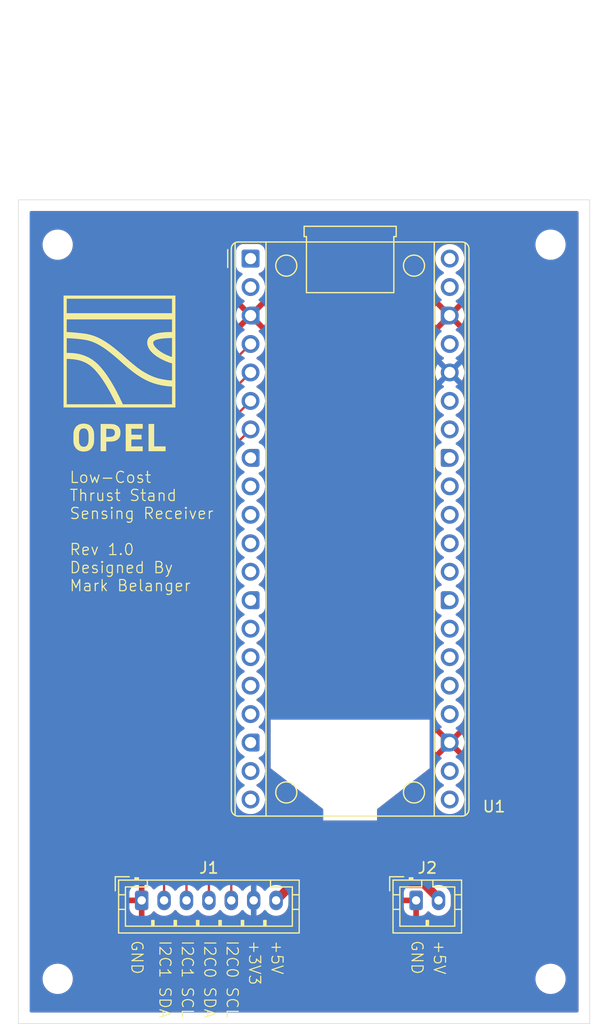
<source format=kicad_pcb>
(kicad_pcb (version 20240108) (generator "pcbnew") (generator_version "8.0")
  (layers (0 "F.Cu" signal) (31 "B.Cu" signal) (34 "B.Paste" user) (35 "F.Paste" user) (36 "B.SilkS" user "B.Silkscreen") (37 "F.SilkS" user "F.Silkscreen") (38 "B.Mask" user) (39 "F.Mask" user) (44 "Edge.Cuts" user))
  (net 0 "")
  (net 1 "/GND")
  (net 2 "/I2C0_SCL")
  (net 3 "/I2C0_SDA")
  (net 4 "/I2C1_SDA")
  (net 5 "/+5V")
  (net 6 "/3V3")
  (net 7 "/I2C1_SCL")
  (footprint "Module_RaspberryPi_Pico:RaspberryPi_Pico_Common_THT" (layer "F.Cu") (at 139.61 93.87)
    (property "Reference" "U1" (at 11.7475 24.765 0) (layer "F.SilkS") (effects (justify left)))
    (property "Value" "Pico")
    (fp_line (start -10.93 -23.33) (end -10.93 -24.93) (stroke (width 0.12)) (layer "F.SilkS"))
    (fp_line (start -10.61 -25) (end -10.61 25) (stroke (width 0.12)) (layer "F.SilkS"))
    (fp_line (start -10.27 -25.547) (end -10.27 25.547) (stroke (width 0.12)) (layer "F.SilkS"))
    (fp_line (start -10 -25.61) (end -7.51 -25.61) (stroke (width 0.12)) (layer "F.SilkS"))
    (fp_line (start -10 25.61) (end -3.6 25.61) (stroke (width 0.12)) (layer "F.SilkS"))
    (fp_line (start -7.51 -25.61) (end -7.51 -24.69648) (stroke (width 0.12)) (layer "F.SilkS"))
    (fp_line (start -7.51 -25.61) (end -4.235 -25.61) (stroke (width 0.12)) (layer "F.SilkS"))
    (fp_line (start -7.51 -24.69648) (end -7.51 -22.30352) (stroke (width 0.12)) (layer "F.SilkS"))
    (fp_line (start -7.51 -22.30352) (end -7.51 22.30352) (stroke (width 0.12)) (layer "F.SilkS"))
    (fp_line (start -7.51 22.30352) (end -7.51 24.69648) (stroke (width 0.12)) (layer "F.SilkS"))
    (fp_line (start -7.51 24.69648) (end -7.51 25.61) (stroke (width 0.12)) (layer "F.SilkS"))
    (fp_line (start -4.235 -25.61) (end 4.235 -25.61) (stroke (width 0.12)) (layer "F.SilkS"))
    (fp_line (start -4.11 -27.01) (end -4.11 -26.09) (stroke (width 0.12)) (layer "F.SilkS"))
    (fp_line (start -4.11 -27.01) (end 4.11 -27.01) (stroke (width 0.12)) (layer "F.SilkS"))
    (fp_line (start -4.11 -26.09) (end -3.9 -26.09) (stroke (width 0.12)) (layer "F.SilkS"))
    (fp_line (start -3.9 -26.09) (end -3.9 -24.694) (stroke (width 0.12)) (layer "F.SilkS"))
    (fp_line (start -3.9 -24.694) (end -3.9 -22.306) (stroke (width 0.12)) (layer "F.SilkS"))
    (fp_line (start -3.9 -22.306) (end -3.9 -21.09) (stroke (width 0.12)) (layer "F.SilkS"))
    (fp_line (start 3.6 25.61) (end -3.6 25.61) (stroke (width 0.12)) (layer "F.SilkS"))
    (fp_line (start 3.6 25.61) (end 10 25.61) (stroke (width 0.12)) (layer "F.SilkS"))
    (fp_line (start 3.9 -26.09) (end 3.9 -24.694) (stroke (width 0.12)) (layer "F.SilkS"))
    (fp_line (start 3.9 -24.694) (end 3.9 -22.306) (stroke (width 0.12)) (layer "F.SilkS"))
    (fp_line (start 3.9 -22.306) (end 3.9 -21.09) (stroke (width 0.12)) (layer "F.SilkS"))
    (fp_line (start 3.9 -21.09) (end -3.9 -21.09) (stroke (width 0.12)) (layer "F.SilkS"))
    (fp_line (start 4.11 -27.01) (end 4.11 -26.09) (stroke (width 0.12)) (layer "F.SilkS"))
    (fp_line (start 4.11 -26.09) (end 3.9 -26.09) (stroke (width 0.12)) (layer "F.SilkS"))
    (fp_line (start 4.235 -25.61) (end 7.51 -25.61) (stroke (width 0.12)) (layer "F.SilkS"))
    (fp_line (start 7.51 -25.61) (end 7.51 -24.69648) (stroke (width 0.12)) (layer "F.SilkS"))
    (fp_line (start 7.51 -24.69648) (end 7.51 -22.30352) (stroke (width 0.12)) (layer "F.SilkS"))
    (fp_line (start 7.51 -22.30352) (end 7.51 22.30352) (stroke (width 0.12)) (layer "F.SilkS"))
    (fp_line (start 7.51 22.30352) (end 7.51 24.69648) (stroke (width 0.12)) (layer "F.SilkS"))
    (fp_line (start 7.51 24.69648) (end 7.51 25.61) (stroke (width 0.12)) (layer "F.SilkS"))
    (fp_line (start 10 -25.61) (end 7.51 -25.61) (stroke (width 0.12)) (layer "F.SilkS"))
    (fp_line (start 10.27 25.547) (end 10.27 -25.547) (stroke (width 0.12)) (layer "F.SilkS"))
    (fp_line (start 10.61 -25) (end 10.61 25) (stroke (width 0.12)) (layer "F.SilkS"))
    (fp_arc (start -10.61 -25) (mid -10.431335 -25.431335) (end -10 -25.61) (stroke (width 0.12)) (layer "F.SilkS"))
    (fp_arc (start -10 25.61) (mid -10.431364 25.431364) (end -10.61 25) (stroke (width 0.12)) (layer "F.SilkS"))
    (fp_arc (start 10 -25.61) (mid 10.431335 -25.431335) (end 10.61 -25) (stroke (width 0.12)) (layer "F.SilkS"))
    (fp_arc (start 10.61 25) (mid 10.431335 25.431335) (end 10 25.61) (stroke (width 0.12)) (layer "F.SilkS"))
    (fp_circle (center -5.7 -23.5) (end -4.76 -23.5) (stroke (width 0.12)) (fill none) (layer "F.SilkS"))
    (fp_circle (center -5.7 23.5) (end -4.76 23.5) (stroke (width 0.12)) (fill none) (layer "F.SilkS"))
    (fp_circle (center 5.7 -23.5) (end 6.64 -23.5) (stroke (width 0.12)) (fill none) (layer "F.SilkS"))
    (fp_circle (center 5.7 23.5) (end 6.64 23.5) (stroke (width 0.12)) (fill none) (layer "F.SilkS"))
    (pad "1" thru_hole roundrect (at -8.89 -24.13) (size 1.6 1.6) (drill 1) (layers "*.Cu" "*.Mask") (roundrect_rratio 0.125))
    (pad "2" thru_hole circle (at -8.89 -21.59) (size 1.6 1.6) (drill 1) (layers "*.Cu" "*.Mask"))
    (pad "3" thru_hole custom (at -8.89 -19.05) (size 1.6 1.6) (drill 1) (layers "*.Cu" "*.Mask") (net 1 "/GND") (options (clearance outline) (anchor circle)) (primitives (gr_poly (pts (xy 0.8 0.6) (xy 0.8 -0.6) (xy 0.6 -0.8) (xy 0 -0.8) (xy 0 0.8) (xy 0.6 0.8)) (width 0) (fill yes)) (gr_circle (center 0.6 0.6) (end 0.8 0.6) (width 0) (fill yes)) (gr_circle (center 0.6 -0.6) (end 0.8 -0.6) (width 0) (fill yes))))
    (pad "4" thru_hole circle (at -8.89 -16.51) (size 1.6 1.6) (drill 1) (layers "*.Cu" "*.Mask") (net 4 "/I2C1_SDA"))
    (pad "5" thru_hole circle (at -8.89 -13.97) (size 1.6 1.6) (drill 1) (layers "*.Cu" "*.Mask") (net 7 "/I2C1_SCL"))
    (pad "6" thru_hole circle (at -8.89 -11.43) (size 1.6 1.6) (drill 1) (layers "*.Cu" "*.Mask") (net 3 "/I2C0_SDA"))
    (pad "7" thru_hole circle (at -8.89 -8.89) (size 1.6 1.6) (drill 1) (layers "*.Cu" "*.Mask") (net 2 "/I2C0_SCL"))
    (pad "8" thru_hole custom (at -8.89 -6.35) (size 1.6 1.6) (drill 1) (layers "*.Cu" "*.Mask") (options (clearance outline) (anchor circle)) (primitives (gr_poly (pts (xy 0.8 0.6) (xy 0.8 -0.6) (xy 0.6 -0.8) (xy 0 -0.8) (xy 0 0.8) (xy 0.6 0.8)) (width 0) (fill yes)) (gr_circle (center 0.6 0.6) (end 0.8 0.6) (width 0) (fill yes)) (gr_circle (center 0.6 -0.6) (end 0.8 -0.6) (width 0) (fill yes))))
    (pad "9" thru_hole circle (at -8.89 -3.81) (size 1.6 1.6) (drill 1) (layers "*.Cu" "*.Mask"))
    (pad "10" thru_hole circle (at -8.89 -1.27) (size 1.6 1.6) (drill 1) (layers "*.Cu" "*.Mask"))
    (pad "11" thru_hole circle (at -8.89 1.27) (size 1.6 1.6) (drill 1) (layers "*.Cu" "*.Mask"))
    (pad "12" thru_hole circle (at -8.89 3.81) (size 1.6 1.6) (drill 1) (layers "*.Cu" "*.Mask"))
    (pad "13" thru_hole custom (at -8.89 6.35) (size 1.6 1.6) (drill 1) (layers "*.Cu" "*.Mask") (options (clearance outline) (anchor circle)) (primitives (gr_poly (pts (xy 0.8 0.6) (xy 0.8 -0.6) (xy 0.6 -0.8) (xy 0 -0.8) (xy 0 0.8) (xy 0.6 0.8)) (width 0) (fill yes)) (gr_circle (center 0.6 0.6) (end 0.8 0.6) (width 0) (fill yes)) (gr_circle (center 0.6 -0.6) (end 0.8 -0.6) (width 0) (fill yes))))
    (pad "14" thru_hole circle (at -8.89 8.89) (size 1.6 1.6) (drill 1) (layers "*.Cu" "*.Mask"))
    (pad "15" thru_hole circle (at -8.89 11.43) (size 1.6 1.6) (drill 1) (layers "*.Cu" "*.Mask"))
    (pad "16" thru_hole circle (at -8.89 13.97) (size 1.6 1.6) (drill 1) (layers "*.Cu" "*.Mask"))
    (pad "17" thru_hole circle (at -8.89 16.51) (size 1.6 1.6) (drill 1) (layers "*.Cu" "*.Mask"))
    (pad "18" thru_hole custom (at -8.89 19.05) (size 1.6 1.6) (drill 1) (layers "*.Cu" "*.Mask") (options (clearance outline) (anchor circle)) (primitives (gr_poly (pts (xy 0.8 0.6) (xy 0.8 -0.6) (xy 0.6 -0.8) (xy 0 -0.8) (xy 0 0.8) (xy 0.6 0.8)) (width 0) (fill yes)) (gr_circle (center 0.6 0.6) (end 0.8 0.6) (width 0) (fill yes)) (gr_circle (center 0.6 -0.6) (end 0.8 -0.6) (width 0) (fill yes))))
    (pad "19" thru_hole circle (at -8.89 21.59) (size 1.6 1.6) (drill 1) (layers "*.Cu" "*.Mask"))
    (pad "20" thru_hole circle (at -8.89 24.13) (size 1.6 1.6) (drill 1) (layers "*.Cu" "*.Mask"))
    (pad "21" thru_hole circle (at 8.89 24.13) (size 1.6 1.6) (drill 1) (layers "*.Cu" "*.Mask"))
    (pad "22" thru_hole circle (at 8.89 21.59) (size 1.6 1.6) (drill 1) (layers "*.Cu" "*.Mask"))
    (pad "23" thru_hole custom (at 8.89 19.05) (size 1.6 1.6) (drill 1) (layers "*.Cu" "*.Mask") (net 1 "/GND") (options (clearance outline) (anchor circle)) (primitives (gr_poly (pts (xy -0.8 0.6) (xy -0.8 -0.6) (xy -0.6 -0.8) (xy 0 -0.8) (xy 0 0.8) (xy -0.6 0.8)) (width 0) (fill yes)) (gr_circle (center -0.6 0.6) (end -0.4 0.6) (width 0) (fill yes)) (gr_circle (center -0.6 -0.6) (end -0.4 -0.6) (width 0) (fill yes))))
    (pad "24" thru_hole circle (at 8.89 16.51) (size 1.6 1.6) (drill 1) (layers "*.Cu" "*.Mask"))
    (pad "25" thru_hole circle (at 8.89 13.97) (size 1.6 1.6) (drill 1) (layers "*.Cu" "*.Mask"))
    (pad "26" thru_hole circle (at 8.89 11.43) (size 1.6 1.6) (drill 1) (layers "*.Cu" "*.Mask"))
    (pad "27" thru_hole circle (at 8.89 8.89) (size 1.6 1.6) (drill 1) (layers "*.Cu" "*.Mask"))
    (pad "28" thru_hole custom (at 8.89 6.35) (size 1.6 1.6) (drill 1) (layers "*.Cu" "*.Mask") (options (clearance outline) (anchor circle)) (primitives (gr_poly (pts (xy -0.8 0.6) (xy -0.8 -0.6) (xy -0.6 -0.8) (xy 0 -0.8) (xy 0 0.8) (xy -0.6 0.8)) (width 0) (fill yes)) (gr_circle (center -0.6 0.6) (end -0.4 0.6) (width 0) (fill yes)) (gr_circle (center -0.6 -0.6) (end -0.4 -0.6) (width 0) (fill yes))))
    (pad "29" thru_hole circle (at 8.89 3.81) (size 1.6 1.6) (drill 1) (layers "*.Cu" "*.Mask"))
    (pad "30" thru_hole circle (at 8.89 1.27) (size 1.6 1.6) (drill 1) (layers "*.Cu" "*.Mask"))
    (pad "31" thru_hole circle (at 8.89 -1.27) (size 1.6 1.6) (drill 1) (layers "*.Cu" "*.Mask"))
    (pad "32" thru_hole circle (at 8.89 -3.81) (size 1.6 1.6) (drill 1) (layers "*.Cu" "*.Mask"))
    (pad "33" thru_hole custom (at 8.89 -6.35) (size 1.6 1.6) (drill 1) (layers "*.Cu" "*.Mask") (options (clearance outline) (anchor circle)) (primitives (gr_poly (pts (xy -0.8 0.6) (xy -0.8 -0.6) (xy -0.6 -0.8) (xy 0 -0.8) (xy 0 0.8) (xy -0.6 0.8)) (width 0) (fill yes)) (gr_circle (center -0.6 0.6) (end -0.4 0.6) (width 0) (fill yes)) (gr_circle (center -0.6 -0.6) (end -0.4 -0.6) (width 0) (fill yes))))
    (pad "34" thru_hole circle (at 8.89 -8.89) (size 1.6 1.6) (drill 1) (layers "*.Cu" "*.Mask"))
    (pad "35" thru_hole circle (at 8.89 -11.43) (size 1.6 1.6) (drill 1) (layers "*.Cu" "*.Mask"))
    (pad "36" thru_hole circle (at 8.89 -13.97) (size 1.6 1.6) (drill 1) (layers "*.Cu" "*.Mask") (net 6 "/3V3"))
    (pad "37" thru_hole circle (at 8.89 -16.51) (size 1.6 1.6) (drill 1) (layers "*.Cu" "*.Mask"))
    (pad "38" thru_hole custom (at 8.89 -19.05) (size 1.6 1.6) (drill 1) (layers "*.Cu" "*.Mask") (net 1 "/GND") (options (clearance outline) (anchor circle)) (primitives (gr_poly (pts (xy -0.8 0.6) (xy -0.8 -0.6) (xy -0.6 -0.8) (xy 0 -0.8) (xy 0 0.8) (xy -0.6 0.8)) (width 0) (fill yes)) (gr_circle (center -0.6 0.6) (end -0.4 0.6) (width 0) (fill yes)) (gr_circle (center -0.6 -0.6) (end -0.4 -0.6) (width 0) (fill yes))))
    (pad "39" thru_hole circle (at 8.89 -21.59) (size 1.6 1.6) (drill 1) (layers "*.Cu" "*.Mask"))
    (pad "40" thru_hole circle (at 8.89 -24.13) (size 1.6 1.6) (drill 1) (layers "*.Cu" "*.Mask"))
    (zone (net 0) (net_name "") (layers "*.Cu" "*.Paste") (name "Antenna Copper Keep Out") (connect_pads (clearance 0)) (min_thickness 0.254)
      (keepout (tracks not_allowed) (vias not_allowed) (pads not_allowed) (copperpour not_allowed) (footprints allowed))
      (fill (thermal_gap 0.508) (thermal_bridge_width 0.508))
      (polygon (pts (xy 137.21 118.859895) (xy 132.51 115.209895) (xy 132.51 110.87) (xy 146.71 110.87) (xy 146.71 115.209895) (xy 142.01 118.859895) (xy 142.01 119.87) (xy 137.21 119.87)))
    )
  )
  (footprint "MountingHole:MountingHole_2.2mm_M2" (layer "F.Cu") (at 157.5 68.5)
    (property "Reference" "H2" (hide yes))
    (property "Value" "MountingHole")
    (pad "" np_thru_hole circle (at 0 0) (size 2.2 2.2) (drill 2.2) (layers "*.Cu" "*.Mask"))
  )
  (footprint "Connector_JST:JST_PH_B7B-PH-K_1x07_P2.00mm_Vertical" (layer "F.Cu") (at 121 127)
    (property "Reference" "J1" (at 6 -2.9 0) (layer "F.SilkS"))
    (property "Value" "Conn_01x07_Socket")
    (fp_line (start -2.36 -2.11) (end -2.36 -0.86) (stroke (width 0.12)) (layer "F.SilkS"))
    (fp_line (start -2.06 -1.81) (end -2.06 2.91) (stroke (width 0.12)) (layer "F.SilkS"))
    (fp_line (start -2.06 -0.5) (end -1.45 -0.5) (stroke (width 0.12)) (layer "F.SilkS"))
    (fp_line (start -2.06 0.8) (end -1.45 0.8) (stroke (width 0.12)) (layer "F.SilkS"))
    (fp_line (start -2.06 2.91) (end 14.06 2.91) (stroke (width 0.12)) (layer "F.SilkS"))
    (fp_line (start -1.45 -1.2) (end -1.45 2.3) (stroke (width 0.12)) (layer "F.SilkS"))
    (fp_line (start -1.45 2.3) (end 13.45 2.3) (stroke (width 0.12)) (layer "F.SilkS"))
    (fp_line (start -1.11 -2.11) (end -2.36 -2.11) (stroke (width 0.12)) (layer "F.SilkS"))
    (fp_line (start -0.6 -2.01) (end -0.6 -1.81) (stroke (width 0.12)) (layer "F.SilkS"))
    (fp_line (start -0.3 -2.01) (end -0.6 -2.01) (stroke (width 0.12)) (layer "F.SilkS"))
    (fp_line (start -0.3 -1.91) (end -0.6 -1.91) (stroke (width 0.12)) (layer "F.SilkS"))
    (fp_line (start -0.3 -1.81) (end -0.3 -2.01) (stroke (width 0.12)) (layer "F.SilkS"))
    (fp_line (start 0.5 -1.81) (end 0.5 -1.2) (stroke (width 0.12)) (layer "F.SilkS"))
    (fp_line (start 0.5 -1.2) (end -1.45 -1.2) (stroke (width 0.12)) (layer "F.SilkS"))
    (fp_line (start 0.9 1.8) (end 1.1 1.8) (stroke (width 0.12)) (layer "F.SilkS"))
    (fp_line (start 0.9 2.3) (end 0.9 1.8) (stroke (width 0.12)) (layer "F.SilkS"))
    (fp_line (start 1 2.3) (end 1 1.8) (stroke (width 0.12)) (layer "F.SilkS"))
    (fp_line (start 1.1 1.8) (end 1.1 2.3) (stroke (width 0.12)) (layer "F.SilkS"))
    (fp_line (start 2.9 1.8) (end 3.1 1.8) (stroke (width 0.12)) (layer "F.SilkS"))
    (fp_line (start 2.9 2.3) (end 2.9 1.8) (stroke (width 0.12)) (layer "F.SilkS"))
    (fp_line (start 3 2.3) (end 3 1.8) (stroke (width 0.12)) (layer "F.SilkS"))
    (fp_line (start 3.1 1.8) (end 3.1 2.3) (stroke (width 0.12)) (layer "F.SilkS"))
    (fp_line (start 4.9 1.8) (end 5.1 1.8) (stroke (width 0.12)) (layer "F.SilkS"))
    (fp_line (start 4.9 2.3) (end 4.9 1.8) (stroke (width 0.12)) (layer "F.SilkS"))
    (fp_line (start 5 2.3) (end 5 1.8) (stroke (width 0.12)) (layer "F.SilkS"))
    (fp_line (start 5.1 1.8) (end 5.1 2.3) (stroke (width 0.12)) (layer "F.SilkS"))
    (fp_line (start 6.9 1.8) (end 7.1 1.8) (stroke (width 0.12)) (layer "F.SilkS"))
    (fp_line (start 6.9 2.3) (end 6.9 1.8) (stroke (width 0.12)) (layer "F.SilkS"))
    (fp_line (start 7 2.3) (end 7 1.8) (stroke (width 0.12)) (layer "F.SilkS"))
    (fp_line (start 7.1 1.8) (end 7.1 2.3) (stroke (width 0.12)) (layer "F.SilkS"))
    (fp_line (start 8.9 1.8) (end 9.1 1.8) (stroke (width 0.12)) (layer "F.SilkS"))
    (fp_line (start 8.9 2.3) (end 8.9 1.8) (stroke (width 0.12)) (layer "F.SilkS"))
    (fp_line (start 9 2.3) (end 9 1.8) (stroke (width 0.12)) (layer "F.SilkS"))
    (fp_line (start 9.1 1.8) (end 9.1 2.3) (stroke (width 0.12)) (layer "F.SilkS"))
    (fp_line (start 10.9 1.8) (end 11.1 1.8) (stroke (width 0.12)) (layer "F.SilkS"))
    (fp_line (start 10.9 2.3) (end 10.9 1.8) (stroke (width 0.12)) (layer "F.SilkS"))
    (fp_line (start 11 2.3) (end 11 1.8) (stroke (width 0.12)) (layer "F.SilkS"))
    (fp_line (start 11.1 1.8) (end 11.1 2.3) (stroke (width 0.12)) (layer "F.SilkS"))
    (fp_line (start 11.5 -1.2) (end 11.5 -1.81) (stroke (width 0.12)) (layer "F.SilkS"))
    (fp_line (start 13.45 -1.2) (end 11.5 -1.2) (stroke (width 0.12)) (layer "F.SilkS"))
    (fp_line (start 13.45 2.3) (end 13.45 -1.2) (stroke (width 0.12)) (layer "F.SilkS"))
    (fp_line (start 14.06 -1.81) (end -2.06 -1.81) (stroke (width 0.12)) (layer "F.SilkS"))
    (fp_line (start 14.06 -0.5) (end 13.45 -0.5) (stroke (width 0.12)) (layer "F.SilkS"))
    (fp_line (start 14.06 0.8) (end 13.45 0.8) (stroke (width 0.12)) (layer "F.SilkS"))
    (fp_line (start 14.06 2.91) (end 14.06 -1.81) (stroke (width 0.12)) (layer "F.SilkS"))
    (pad "1" thru_hole roundrect (at 0 0) (size 1.2 1.75) (drill 0.75) (layers "*.Cu" "*.Mask") (roundrect_rratio 0.208333) (net 1 "/GND"))
    (pad "2" thru_hole oval (at 2 0) (size 1.2 1.75) (drill 0.75) (layers "*.Cu" "*.Mask") (net 4 "/I2C1_SDA"))
    (pad "3" thru_hole oval (at 4 0) (size 1.2 1.75) (drill 0.75) (layers "*.Cu" "*.Mask") (net 7 "/I2C1_SCL"))
    (pad "4" thru_hole oval (at 6 0) (size 1.2 1.75) (drill 0.75) (layers "*.Cu" "*.Mask") (net 3 "/I2C0_SDA"))
    (pad "5" thru_hole oval (at 8 0) (size 1.2 1.75) (drill 0.75) (layers "*.Cu" "*.Mask") (net 2 "/I2C0_SCL"))
    (pad "6" thru_hole oval (at 10 0) (size 1.2 1.75) (drill 0.75) (layers "*.Cu" "*.Mask") (net 6 "/3V3"))
    (pad "7" thru_hole oval (at 12 0) (size 1.2 1.75) (drill 0.75) (layers "*.Cu" "*.Mask") (net 5 "/+5V"))
  )
  (footprint "LOGO" (layer "F.Cu") (at 119 80)
    (property "Reference" "G***" (hide yes))
    (property "Value" "LOGO" (hide yes))
    (fp_poly (pts (xy 3.114588 5.495278) (xy 3.114588 6.497675) (xy 3.624736 6.497675) (xy 4.134884 6.497675) (xy 4.134884 6.712474) (xy 4.134884 6.927273) (xy 3.374137 6.927273) (xy 2.61339 6.927273) (xy 2.61339 5.710078) (xy 2.61339 4.492882) (xy 2.863989 4.492882) (xy 3.114588 4.492882)) (fill solid) (layer "F.SilkS"))
    (fp_poly (pts (xy 2.094292 4.707682) (xy 2.094292 4.922481) (xy 1.583665 4.922481) (xy 1.073039 4.922481) (xy 1.077992 5.186505) (xy 1.082946 5.450529) (xy 1.534919 5.455311) (xy 1.986892 5.460093) (xy 1.986892 5.665328) (xy 1.986892 5.870562) (xy 1.534919 5.875345) (xy 1.082946 5.880127) (xy 1.078048 6.188901) (xy 1.07315 6.497675) (xy 1.583721 6.497675) (xy 2.094292 6.497675) (xy 2.094292 6.712474) (xy 2.094292 6.927273) (xy 1.333545 6.927273) (xy 0.572798 6.927273) (xy 0.572798 5.710078) (xy 0.572798 4.492882) (xy 1.333545 4.492882) (xy 2.094292 4.492882)) (fill solid) (layer "F.SilkS"))
    (fp_poly (pts (xy -1.150071 4.493193) (xy -0.972199 4.493938) (xy -0.825345 4.496295) (xy -0.70474 4.500801) (xy -0.60562 4.507993) (xy -0.523216 4.518408) (xy -0.452762 4.532583) (xy -0.389491 4.551054) (xy -0.328638 4.574359) (xy -0.294091 4.589605) (xy -0.182687 4.649325) (xy -0.095987 4.717828) (xy -0.022897 4.804182) (xy -0.011543 4.820529) (xy 0.044786 4.918231) (xy 0.081539 5.020274) (xy 0.100794 5.135575) (xy 0.104626 5.273049) (xy 0.103333 5.313989) (xy 0.091425 5.455907) (xy 0.066747 5.571881) (xy 0.026272 5.670412) (xy -0.033022 5.760004) (xy -0.071264 5.804752) (xy -0.162567 5.890566) (xy -0.264643 5.957646) (xy -0.38206 6.007462) (xy -0.519386 6.041485) (xy -0.681189 6.061187) (xy -0.872037 6.068039) (xy -0.88891 6.068076) (xy -1.163496 6.068076) (xy -1.163496 6.497675) (xy -1.163496 6.927273) (xy -1.414095 6.927273) (xy -1.664694 6.927273) (xy -1.664694 5.710078) (xy -1.664694 5.290511) (xy -1.163496 5.290511) (xy -1.163496 5.661899) (xy -0.926322 5.650917) (xy -0.808876 5.6432) (xy -0.708299 5.632098) (xy -0.632102 5.618545) (xy -0.604661 5.610858) (xy -0.521097 5.567272) (xy -0.453536 5.503448) (xy -0.410224 5.428083) (xy -0.401524 5.396599) (xy -0.396066 5.341798) (xy -0.395173 5.271301) (xy -0.39707 5.229471) (xy -0.415758 5.130045) (xy -0.458398 5.05398) (xy -0.529449 4.994611) (xy -0.568448 4.973242) (xy -0.606972 4.956165) (xy -0.646727 4.944066) (xy -0.695358 4.935865) (xy -0.760515 4.930483) (xy -0.849844 4.926842) (xy -0.908422 4.925277) (xy -1.163496 4.919124) (xy -1.163496 5.290511) (xy -1.664694 5.290511) (xy -1.664694 4.492882)) (fill solid) (layer "F.SilkS"))
    (fp_poly (pts (xy -3.047897 4.466406) (xy -2.871869 4.500295) (xy -2.713588 4.564207) (xy -2.57484 4.656867) (xy -2.45741 4.777) (xy -2.363081 4.923331) (xy -2.29364 5.094587) (xy -2.277909 5.150705) (xy -2.265702 5.220462) (xy -2.256201 5.318194) (xy -2.249404 5.436863) (xy -2.24531 5.569432) (xy -2.243919 5.708861) (xy -2.245228 5.848112) (xy -2.249238 5.980149) (xy -2.255945 6.097932) (xy -2.265351 6.194424) (xy -2.277453 6.262587) (xy -2.278088 6.264975) (xy -2.342629 6.447412) (xy -2.429557 6.603029) (xy -2.53822 6.731084) (xy -2.667965 6.830835) (xy -2.818141 6.901541) (xy -2.8455 6.91057) (xy -2.910692 6.926127) (xy -2.994639 6.939623) (xy -3.086569 6.950057) (xy -3.175711 6.95643) (xy -3.251295 6.957742) (xy -3.302537 6.952996) (xy -3.339923 6.944914) (xy -3.39706 6.933033) (xy -3.436787 6.924941) (xy -3.591052 6.876028) (xy -3.730178 6.79596) (xy -3.850829 6.687377) (xy -3.949673 6.552922) (xy -3.982196 6.492815) (xy -4.016902 6.417741) (xy -4.04428 6.345789) (xy -4.065052 6.271524) (xy -4.079942 6.189511) (xy -4.089674 6.094316) (xy -4.09497 5.980502) (xy -4.096555 5.842635) (xy -4.095152 5.67528) (xy -4.09473 5.647428) (xy -4.093236 5.562083) (xy -3.596569 5.562083) (xy -3.595704 5.691786) (xy -3.594816 5.76262) (xy -3.588936 6.188176) (xy -3.526286 6.3116) (xy -3.490378 6.378008) (xy -3.45869 6.421745) (xy -3.421631 6.453171) (xy -3.369611 6.482645) (xy -3.366452 6.48425) (xy -3.249819 6.525372) (xy -3.129336 6.531551) (xy -3.038024 6.514498) (xy -2.945175 6.470589) (xy -2.868689 6.395586) (xy -2.809339 6.290623) (xy -2.767894 6.156832) (xy -2.757647 6.102702) (xy -2.749332 6.027354) (xy -2.743557 5.925756) (xy -2.740319 5.807367) (xy -2.739621 5.681646) (xy -2.741462 5.558053) (xy -2.745841 5.446048) (xy -2.752759 5.355089) (xy -2.757647 5.317453) (xy -2.792535 5.171609) (xy -2.845196 5.056624) (xy -2.916213 4.971952) (xy -3.006172 4.917048) (xy -3.115656 4.891369) (xy -3.214509 4.891237) (xy -3.328288 4.913056) (xy -3.419622 4.959798) (xy -3.490898 5.033687) (xy -3.544505 5.136945) (xy -3.571747 5.223747) (xy -3.581369 5.268061) (xy -3.588431 5.31865) (xy -3.593164 5.380916) (xy -3.5958 5.46026) (xy -3.596569 5.562083) (xy -4.093236 5.562083) (xy -4.092255 5.50605) (xy -4.089524 5.395017) (xy -4.08608 5.308876) (xy -4.081469 5.242174) (xy -4.075233 5.189455) (xy -4.066917 5.145267) (xy -4.056065 5.104156) (xy -4.046826 5.07463) (xy -3.976365 4.903959) (xy -3.885169 4.762048) (xy -3.772355 4.648228) (xy -3.637038 4.561828) (xy -3.478334 4.502179) (xy -3.295358 4.468613) (xy -3.239887 4.463813)) (fill solid) (layer "F.SilkS"))
    (fp_poly (pts (xy 5.01198 -1.968992) (xy 5.01198 3.025088) (xy 0.0179 3.025088) (xy -4.976181 3.025088) (xy -4.976181 0.713245) (xy -4.689782 0.713245) (xy -4.689782 2.738689) (xy -2.48809 2.738689) (xy -2.210512 2.738601) (xy -1.943049 2.738345) (xy -1.687864 2.737931) (xy -1.447116 2.73737) (xy -1.222968 2.736673) (xy -1.017579 2.735851) (xy -0.83311 2.734915) (xy -0.671723 2.733875) (xy -0.535577 2.732742) (xy -0.426835 2.731528) (xy -0.347656 2.730242) (xy -0.300201 2.728896) (xy -0.286399 2.727662) (xy -0.294227 2.707112) (xy -0.316238 2.659135) (xy -0.350226 2.588132) (xy -0.393985 2.498502) (xy -0.445307 2.394645) (xy -0.501985 2.280963) (xy -0.561813 2.161854) (xy -0.622583 2.04172) (xy -0.68209 1.924961) (xy -0.738125 1.815976) (xy -0.788483 1.719167) (xy -0.830955 1.638932) (xy -0.850933 1.602044) (xy -1.079776 1.198333) (xy -1.306131 0.826504) (xy -1.529636 0.487021) (xy -1.749929 0.180351) (xy -1.966648 -0.09304) (xy -2.179433 -0.332686) (xy -2.387922 -0.538122) (xy -2.591753 -0.708882) (xy -2.708973 -0.792702) (xy -2.949725 -0.937621) (xy -3.201209 -1.056832) (xy -3.467144 -1.151441) (xy -3.75125 -1.222552) (xy -4.057246 -1.27127) (xy -4.388851 -1.2987) (xy -4.416808 -1.300017) (xy -4.689782 -1.312199) (xy -4.689782 0.713245) (xy -4.976181 0.713245) (xy -4.976181 -1.968992) (xy -4.976181 -2.499834) (xy -4.689782 -2.499834) (xy -4.689782 -1.843693) (xy -4.497357 -1.843678) (xy -4.115901 -1.82767) (xy -3.750301 -1.779766) (xy -3.400781 -1.700056) (xy -3.067565 -1.58863) (xy -2.750878 -1.445577) (xy -2.450944 -1.270988) (xy -2.167986 -1.064951) (xy -1.90223 -0.827557) (xy -1.86439 -0.789782) (xy -1.629962 -0.536135) (xy -1.393034 -0.247527) (xy -1.154056 0.075324) (xy -0.913476 0.431702) (xy -0.671742 0.820889) (xy -0.429305 1.242167) (xy -0.186614 1.694819) (xy 0.055884 2.178129) (xy 0.251591 2.591015) (xy 0.319886 2.738689) (xy 2.513783 2.738689) (xy 4.707681 2.738689) (xy 4.707681 1.942142) (xy 4.707681 1.145596) (xy 4.574116 1.145596) (xy 4.507325 1.143199) (xy 4.415663 1.13662) (xy 4.309696 1.126773) (xy 4.199987 1.114572) (xy 4.164208 1.110113) (xy 3.769567 1.047701) (xy 3.394533 0.963446) (xy 3.033979 0.855374) (xy 2.682774 0.721513) (xy 2.335789 0.559888) (xy 1.987898 0.368525) (xy 1.633969 0.14545) (xy 1.602044 0.124019) (xy 1.451512 0.018349) (xy 1.280684 -0.108851) (xy 1.094427 -0.253644) (xy 0.897606 -0.412093) (xy 0.695085 -0.580261) (xy 0.491732 -0.754211) (xy 0.292411 -0.930007) (xy 0.231189 -0.98518) (xy -0.017939 -1.207719) (xy -0.263748 -1.421057) (xy -0.502831 -1.622427) (xy -0.731785 -1.809063) (xy -0.947203 -1.978196) (xy -1.145681 -2.127058) (xy -1.323814 -2.252882) (xy -1.351445 -2.271525) (xy -1.627689 -2.448821) (xy -1.888279 -2.599297) (xy -2.138575 -2.725116) (xy -2.383934 -2.828442) (xy -2.629716 -2.91144) (xy -2.881281 -2.976272) (xy -3.143986 -3.025102) (xy -3.257787 -3.041212) (xy -3.457779 -3.065615) (xy -3.666282 -3.088273) (xy -3.874322 -3.108366) (xy -4.07292 -3.125076) (xy -4.253101 -3.137585) (xy -4.389958 -3.144491) (xy -4.689782 -3.155975) (xy -4.689782 -2.499834) (xy -4.976181 -2.499834) (xy -4.976181 -4.270856) (xy -4.689782 -4.270856) (xy -4.689782 -3.70873) (xy -4.497357 -3.697493) (xy -4.237957 -3.680691) (xy -3.981488 -3.660915) (xy -3.732905 -3.638694) (xy -3.497158 -3.614556) (xy -3.279202 -3.589031) (xy -3.083987 -3.562648) (xy -2.916467 -3.535935) (xy -2.826615 -3.51902) (xy -2.593312 -3.464748) (xy -2.362113 -3.396612) (xy -2.131063 -3.31339) (xy -1.898207 -3.213859) (xy -1.661589 -3.096797) (xy -1.419253 -2.960981) (xy -1.169245 -2.805189) (xy -0.909609 -2.628196) (xy -0.638391 -2.428781) (xy -0.353633 -2.205721) (xy -0.053381 -1.957793) (xy 0.264319 -1.683775) (xy 0.601425 -1.382443) (xy 0.626497 -1.35966) (xy 0.719325 -1.276907) (xy 0.832723 -1.178487) (xy 0.960445 -1.069598) (xy 1.096248 -0.955436) (xy 1.233887 -0.841198) (xy 1.367117 -0.732081) (xy 1.489693 -0.63328) (xy 1.59537 -0.549994) (xy 1.646793 -0.510592) (xy 1.951738 -0.294488) (xy 2.266827 -0.098049) (xy 2.586734 0.075972) (xy 2.906134 0.224819) (xy 3.219699 0.345739) (xy 3.429888 0.411456) (xy 3.591912 0.453313) (xy 3.769254 0.492818) (xy 3.953655 0.528589) (xy 4.136855 0.559243) (xy 4.310592 0.583396) (xy 4.466607 0.599667) (xy 4.595807 0.606656) (xy 4.707681 0.608598) (xy 4.707681 -0.161099) (xy 4.707642 -0.347061) (xy 4.707427 -0.500373) (xy 4.706891 -0.624186) (xy 4.705887 -0.721651) (xy 4.704271 -0.795918) (xy 4.701897 -0.850137) (xy 4.698619 -0.887459) (xy 4.694291 -0.911035) (xy 4.688768 -0.924014) (xy 4.681904 -0.929548) (xy 4.673553 -0.930786) (xy 4.672095 -0.930796) (xy 4.615072 -0.93875) (xy 4.531688 -0.961161) (xy 4.427283 -0.995853) (xy 4.307198 -1.040652) (xy 4.176773 -1.09338) (xy 4.041348 -1.151863) (xy 3.906264 -1.213925) (xy 3.776861 -1.27739) (xy 3.658479 -1.340082) (xy 3.634588 -1.353474) (xy 3.375363 -1.512364) (xy 3.148438 -1.676548) (xy 2.954275 -1.845423) (xy 2.793337 -2.018386) (xy 2.666086 -2.194834) (xy 2.572984 -2.374165) (xy 2.514495 -2.555776) (xy 2.49108 -2.739064) (xy 2.491224 -2.74551) (xy 3.030167 -2.74551) (xy 3.043173 -2.66632) (xy 3.086768 -2.551265) (xy 3.162355 -2.430045) (xy 3.267152 -2.305018) (xy 3.398379 -2.178538) (xy 3.553255 -2.052961) (xy 3.729001 -1.930644) (xy 3.922835 -1.813942) (xy 4.131978 -1.705211) (xy 4.232585 -1.658508) (xy 4.338593 -1.612428) (xy 4.441238 -1.570192) (xy 4.53419 -1.534199) (xy 4.611118 -1.506847) (xy 4.665689 -1.490533) (xy 4.685306 -1.487026) (xy 4.690704 -1.493775) (xy 4.69522 -1.516378) (xy 4.69892 -1.557325) (xy 4.70187 -1.619108) (xy 4.704135 -1.704214) (xy 4.705783 -1.815136) (xy 4.70688 -1.954361) (xy 4.70749 -2.124381) (xy 4.707681 -2.327685) (xy 4.707681 -2.329807) (xy 4.707681 -3.17392) (xy 4.389958 -3.162818) (xy 4.113266 -3.148476) (xy 3.86461 -3.12589) (xy 3.645521 -3.095301) (xy 3.45753 -3.056949) (xy 3.302169 -3.011073) (xy 3.22509 -2.979964) (xy 3.131024 -2.929872) (xy 3.06934 -2.877819) (xy 3.036799 -2.818225) (xy 3.030167 -2.74551) (xy 2.491224 -2.74551) (xy 2.493342 -2.840659) (xy 2.521541 -2.993754) (xy 2.581892 -3.131664) (xy 2.67449 -3.254483) (xy 2.79943 -3.362309) (xy 2.956808 -3.455238) (xy 3.146719 -3.533366) (xy 3.195137 -3.549292) (xy 3.345407 -3.589443) (xy 3.524053 -3.62504) (xy 3.723841 -3.655203) (xy 3.937538 -3.679052) (xy 4.15791 -3.695708) (xy 4.377721 -3.704291) (xy 4.477582 -3.705285) (xy 4.707681 -3.705285) (xy 4.707681 -4.269133) (xy 4.707681 -4.832981) (xy 0.00895 -4.832981) (xy -4.689782 -4.832981) (xy -4.689782 -4.270856) (xy -4.976181 -4.270856) (xy -4.976181 -6.032276) (xy -4.689782 -6.032276) (xy -4.689782 -5.387879) (xy 0.00895 -5.387879) (xy 4.707681 -5.387879) (xy 4.707681 -6.032276) (xy 4.707681 -6.676674) (xy 0.00895 -6.676674) (xy -4.689782 -6.676674) (xy -4.689782 -6.032276) (xy -4.976181 -6.032276) (xy -4.976181 -6.963072) (xy 0.0179 -6.963072) (xy 5.01198 -6.963072)) (fill solid) (layer "F.SilkS"))
  )
  (footprint "Connector_JST:JST_PH_B2B-PH-K_1x02_P2.00mm_Vertical" (layer "F.Cu") (at 145.5 127)
    (property "Reference" "J2" (at 1 -2.9 0) (layer "F.SilkS"))
    (property "Value" "Conn_01x02_Socket")
    (fp_line (start -2.36 -2.11) (end -2.36 -0.86) (stroke (width 0.12)) (layer "F.SilkS"))
    (fp_line (start -2.06 -1.81) (end -2.06 2.91) (stroke (width 0.12)) (layer "F.SilkS"))
    (fp_line (start -2.06 -0.5) (end -1.45 -0.5) (stroke (width 0.12)) (layer "F.SilkS"))
    (fp_line (start -2.06 0.8) (end -1.45 0.8) (stroke (width 0.12)) (layer "F.SilkS"))
    (fp_line (start -2.06 2.91) (end 4.06 2.91) (stroke (width 0.12)) (layer "F.SilkS"))
    (fp_line (start -1.45 -1.2) (end -1.45 2.3) (stroke (width 0.12)) (layer "F.SilkS"))
    (fp_line (start -1.45 2.3) (end 3.45 2.3) (stroke (width 0.12)) (layer "F.SilkS"))
    (fp_line (start -1.11 -2.11) (end -2.36 -2.11) (stroke (width 0.12)) (layer "F.SilkS"))
    (fp_line (start -0.6 -2.01) (end -0.6 -1.81) (stroke (width 0.12)) (layer "F.SilkS"))
    (fp_line (start -0.3 -2.01) (end -0.6 -2.01) (stroke (width 0.12)) (layer "F.SilkS"))
    (fp_line (start -0.3 -1.91) (end -0.6 -1.91) (stroke (width 0.12)) (layer "F.SilkS"))
    (fp_line (start -0.3 -1.81) (end -0.3 -2.01) (stroke (width 0.12)) (layer "F.SilkS"))
    (fp_line (start 0.5 -1.81) (end 0.5 -1.2) (stroke (width 0.12)) (layer "F.SilkS"))
    (fp_line (start 0.5 -1.2) (end -1.45 -1.2) (stroke (width 0.12)) (layer "F.SilkS"))
    (fp_line (start 0.9 1.8) (end 1.1 1.8) (stroke (width 0.12)) (layer "F.SilkS"))
    (fp_line (start 0.9 2.3) (end 0.9 1.8) (stroke (width 0.12)) (layer "F.SilkS"))
    (fp_line (start 1 2.3) (end 1 1.8) (stroke (width 0.12)) (layer "F.SilkS"))
    (fp_line (start 1.1 1.8) (end 1.1 2.3) (stroke (width 0.12)) (layer "F.SilkS"))
    (fp_line (start 1.5 -1.2) (end 1.5 -1.81) (stroke (width 0.12)) (layer "F.SilkS"))
    (fp_line (start 3.45 -1.2) (end 1.5 -1.2) (stroke (width 0.12)) (layer "F.SilkS"))
    (fp_line (start 3.45 2.3) (end 3.45 -1.2) (stroke (width 0.12)) (layer "F.SilkS"))
    (fp_line (start 4.06 -1.81) (end -2.06 -1.81) (stroke (width 0.12)) (layer "F.SilkS"))
    (fp_line (start 4.06 -0.5) (end 3.45 -0.5) (stroke (width 0.12)) (layer "F.SilkS"))
    (fp_line (start 4.06 0.8) (end 3.45 0.8) (stroke (width 0.12)) (layer "F.SilkS"))
    (fp_line (start 4.06 2.91) (end 4.06 -1.81) (stroke (width 0.12)) (layer "F.SilkS"))
    (pad "1" thru_hole roundrect (at 0 0) (size 1.2 1.75) (drill 0.75) (layers "*.Cu" "*.Mask") (roundrect_rratio 0.208333) (net 1 "/GND"))
    (pad "2" thru_hole oval (at 2 0) (size 1.2 1.75) (drill 0.75) (layers "*.Cu" "*.Mask") (net 5 "/+5V"))
  )
  (footprint "MountingHole:MountingHole_2.2mm_M2" (layer "F.Cu") (at 157.5 134)
    (property "Reference" "H4" (hide yes))
    (property "Value" "MountingHole")
    (pad "" np_thru_hole circle (at 0 0) (size 2.2 2.2) (drill 2.2) (layers "*.Cu" "*.Mask"))
  )
  (footprint "MountingHole:MountingHole_2.2mm_M2" (layer "F.Cu") (at 113.5 68.5)
    (property "Reference" "H1" (hide yes))
    (property "Value" "MountingHole")
    (pad "" np_thru_hole circle (at 0 0) (size 2.2 2.2) (drill 2.2) (layers "*.Cu" "*.Mask"))
  )
  (footprint "MountingHole:MountingHole_2.2mm_M2" (layer "F.Cu") (at 113.5 134)
    (property "Reference" "H3" (hide yes))
    (property "Value" "MountingHole")
    (pad "" np_thru_hole circle (at 0 0) (size 2.2 2.2) (drill 2.2) (layers "*.Cu" "*.Mask"))
  )
  (gr_rect (start 110 64.5) (end 161 138) (stroke (width 0.05)) (fill none) (layer "Edge.Cuts"))
  (gr_text "I2C0 SDA" (at 126.5 130.5 -90) (layer "F.SilkS") (effects (font (size 1 1) (thickness 0.1)) (justify left bottom)))
  (gr_text "GND" (at 145 130.5 -90) (layer "F.SilkS") (effects (font (size 1 1) (thickness 0.1)) (justify left bottom)))
  (gr_text "I2C1 SCL" (at 124.5 130.5 270) (layer "F.SilkS") (effects (font (size 1 1) (thickness 0.1)) (justify left bottom)))
  (gr_text "I2C0 SCL" (at 128.5 130.5 270) (layer "F.SilkS") (effects (font (size 1 1) (thickness 0.1)) (justify left bottom)))
  (gr_text "+3V3" (at 130.5 130.5 270) (layer "F.SilkS") (effects (font (size 1 1) (thickness 0.1)) (justify left bottom)))
  (gr_text "+5V" (at 132.5 130.5 -90) (layer "F.SilkS") (effects (font (size 1 1) (thickness 0.1)) (justify left bottom)))
  (gr_text "+5V" (at 147 130.5 -90) (layer "F.SilkS") (effects (font (size 1 1) (thickness 0.1)) (justify left bottom)))
  (gr_text "GND" (at 120 130.5 -90) (layer "F.SilkS") (effects (font (size 1 1) (thickness 0.1)) (justify left bottom)))
  (gr_text "Low-Cost\nThrust Stand\nSensing Receiver\n\nRev 1.0\nDesigned By\nMark Belanger" (at 114.5 99.5 0) (layer "F.SilkS") (effects (font (size 1 1) (thickness 0.1)) (justify left bottom)))
  (gr_text "I2C1 SDA" (at 122.5 130.5 270) (layer "F.SilkS") (effects (font (size 1 1) (thickness 0.1)) (justify left bottom)))
  (segment (start 129 127) (end 129 86.7) (width 0.2) (layer "F.Cu") (net 2))
  (segment (start 129 86.7) (end 130.72 84.98) (width 0.2) (layer "F.Cu") (net 2))
  (segment (start 127 86.16) (end 130.72 82.44) (width 0.2) (layer "F.Cu") (net 3))
  (segment (start 127 127) (end 127 86.16) (width 0.2) (layer "F.Cu") (net 3))
  (segment (start 123 127) (end 123 85.08) (width 0.2) (layer "F.Cu") (net 4))
  (segment (start 123 85.08) (end 130.72 77.36) (width 0.2) (layer "F.Cu") (net 4))
  (segment (start 147.5 126.725) (end 147.5 127) (width 0.8) (layer "F.Cu") (net 5))
  (segment (start 147.5 126.81599) (end 146.18401 125.5) (width 0.8) (layer "F.Cu") (net 5))
  (segment (start 147.5 127) (end 147.5 126.81599) (width 0.8) (layer "F.Cu") (net 5))
  (segment (start 134.5 125.5) (end 133 127) (width 0.8) (layer "F.Cu") (net 5))
  (segment (start 146.18401 125.5) (end 134.5 125.5) (width 0.8) (layer "F.Cu") (net 5))
  (segment (start 125 85.62) (end 130.72 79.9) (width 0.2) (layer "F.Cu") (net 7))
  (segment (start 125 127) (end 125 85.62) (width 0.2) (layer "F.Cu") (net 7))
  (zone (net 1) (net_name "/GND") (layer "F.Cu") (connect_pads (clearance 0.5)) (min_thickness 0.25) (fill yes (thermal_gap 0.5) (thermal_bridge_width 0.5))
    (polygon (pts (xy 110 64.5) (xy 161 64.5) (xy 161 138) (xy 110 138)))
  )
  (zone (net 6) (net_name "/3V3") (layer "B.Cu") (priority 1) (connect_pads (clearance 0.5)) (min_thickness 0.25) (fill yes (thermal_gap 0.5) (thermal_bridge_width 0.5))
    (polygon (pts (xy 110 64.5) (xy 161 64.5) (xy 161 138) (xy 110 138)))
  )
)
</source>
